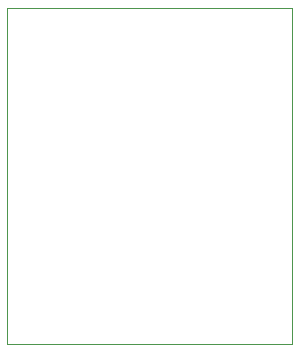
<source format=gbr>
G04 Layer_Color=0*
%FSLAX24Y24*%
%MOIN*%
%TF.FileFunction,Profile,NP*%
%TF.Part,Single*%
G01*
G75*
%TA.AperFunction,Profile*%
%ADD45C,0.0010*%
D45*
X-6299Y-2200D02*
X3189D01*
Y9000D01*
X-6299D01*
Y-2200D01*
%TF.MD5,81266b10b8ea0c01f4d010bbd60f70e7*%
M02*

</source>
